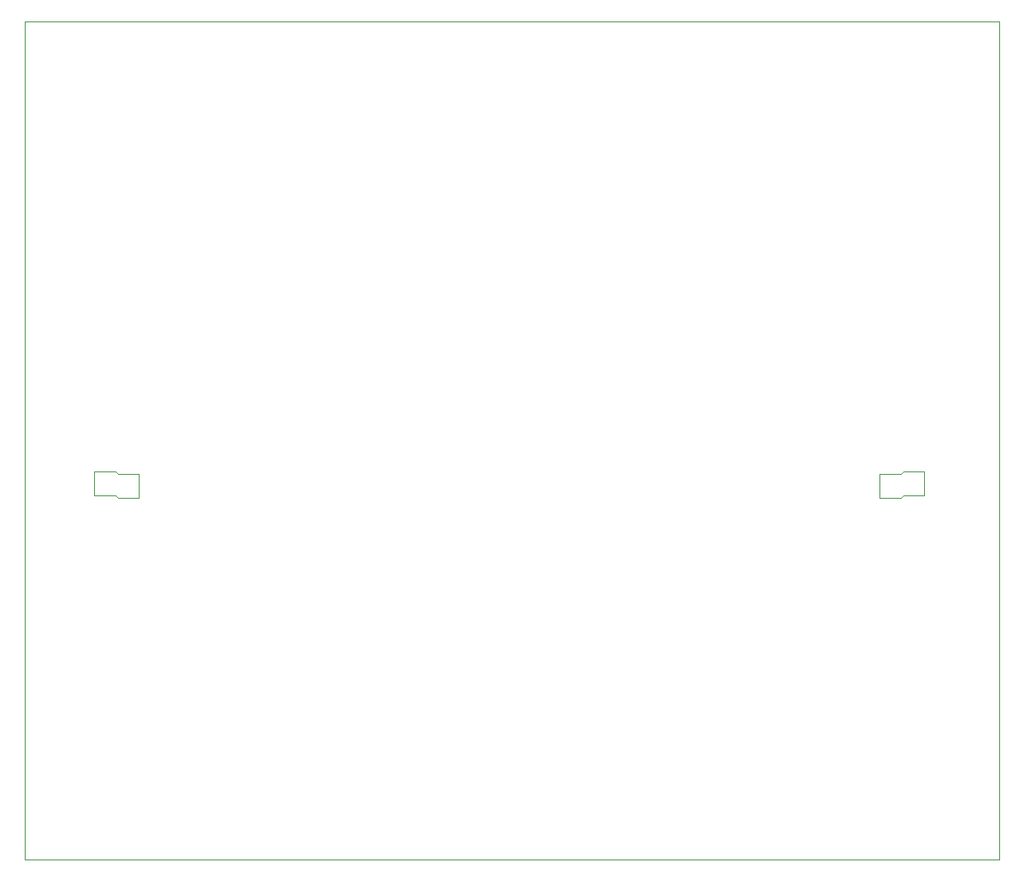
<source format=gm1>
G04 #@! TF.GenerationSoftware,KiCad,Pcbnew,(6.0.1-0)*
G04 #@! TF.CreationDate,2022-08-05T19:05:09-07:00*
G04 #@! TF.ProjectId,kint,6b696e74-2e6b-4696-9361-645f70636258,rev?*
G04 #@! TF.SameCoordinates,Original*
G04 #@! TF.FileFunction,Profile,NP*
%FSLAX46Y46*%
G04 Gerber Fmt 4.6, Leading zero omitted, Abs format (unit mm)*
G04 Created by KiCad (PCBNEW (6.0.1-0)) date 2022-08-05 19:05:09*
%MOMM*%
%LPD*%
G01*
G04 APERTURE LIST*
G04 #@! TA.AperFunction,Profile*
%ADD10C,0.050000*%
G04 #@! TD*
G04 #@! TA.AperFunction,Profile*
%ADD11C,0.100000*%
G04 #@! TD*
G04 APERTURE END LIST*
D10*
X198700000Y-62003600D02*
X98750000Y-62003600D01*
D11*
X105918000Y-108204000D02*
X105918000Y-110617000D01*
X110490000Y-108458000D02*
X108331000Y-108458000D01*
X110490000Y-110871000D02*
X108331000Y-110871000D01*
X108077000Y-108204000D02*
X105918000Y-108204000D01*
X105918000Y-110617000D02*
X108077000Y-110617000D01*
X191008000Y-108204000D02*
X191008000Y-110617000D01*
X186436000Y-110871000D02*
X188595000Y-110871000D01*
X188849000Y-110617000D02*
X188595000Y-110871000D01*
X188849000Y-108204000D02*
X188595000Y-108458000D01*
X186436000Y-108458000D02*
X186436000Y-110871000D01*
X188849000Y-108204000D02*
X191008000Y-108204000D01*
X191008000Y-110617000D02*
X188849000Y-110617000D01*
X186436000Y-108458000D02*
X188595000Y-108458000D01*
D10*
X98750000Y-148003600D02*
X198700000Y-148003600D01*
X198700000Y-148003600D02*
X198700000Y-62003600D01*
X98750000Y-62003600D02*
X98750000Y-148003600D01*
D11*
X108077000Y-110617000D02*
X108331000Y-110871000D01*
X110490000Y-108458000D02*
X110490000Y-110871000D01*
X108077000Y-108204000D02*
X108331000Y-108458000D01*
M02*

</source>
